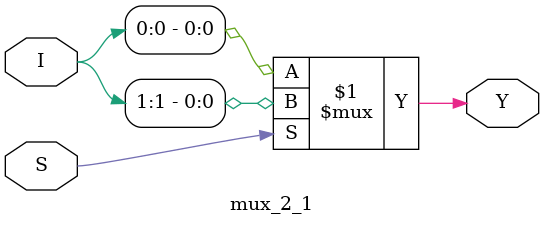
<source format=v>

module mux_2_1(Y, I, S);
    input [1:0]I;
    input S;
    output Y;

    assign Y = S ? I[1] : I[0];
endmodule
</source>
